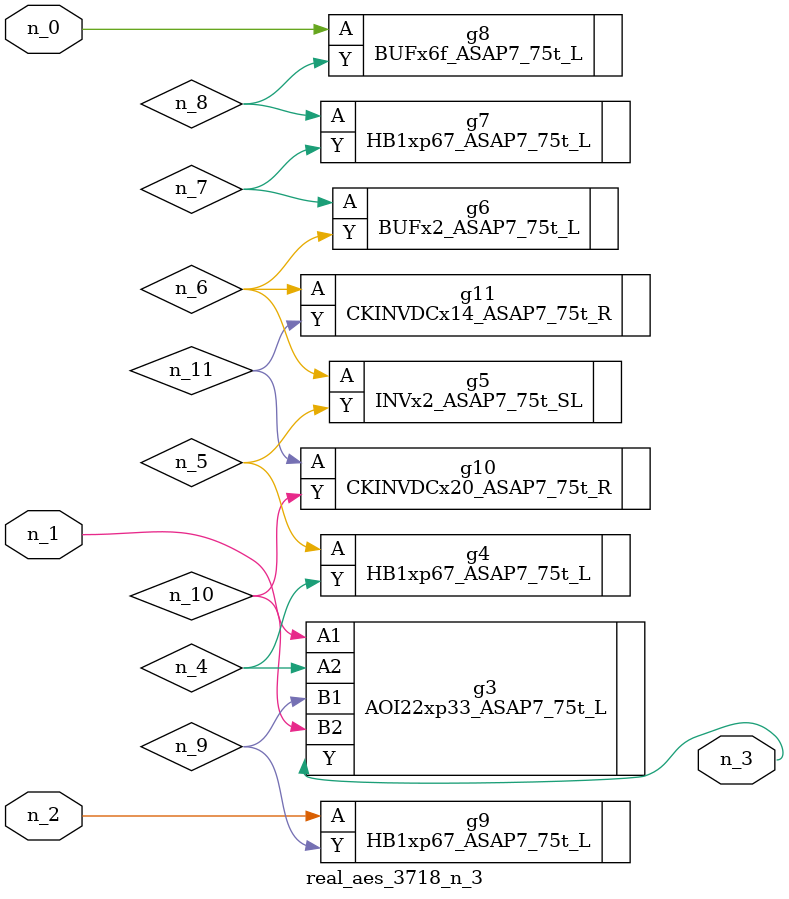
<source format=v>
module real_aes_3718_n_3 (n_0, n_2, n_1, n_3);
input n_0;
input n_2;
input n_1;
output n_3;
wire n_4;
wire n_5;
wire n_7;
wire n_9;
wire n_6;
wire n_8;
wire n_10;
wire n_11;
BUFx6f_ASAP7_75t_L g8 ( .A(n_0), .Y(n_8) );
AOI22xp33_ASAP7_75t_L g3 ( .A1(n_1), .A2(n_4), .B1(n_9), .B2(n_10), .Y(n_3) );
HB1xp67_ASAP7_75t_L g9 ( .A(n_2), .Y(n_9) );
HB1xp67_ASAP7_75t_L g4 ( .A(n_5), .Y(n_4) );
INVx2_ASAP7_75t_SL g5 ( .A(n_6), .Y(n_5) );
CKINVDCx14_ASAP7_75t_R g11 ( .A(n_6), .Y(n_11) );
BUFx2_ASAP7_75t_L g6 ( .A(n_7), .Y(n_6) );
HB1xp67_ASAP7_75t_L g7 ( .A(n_8), .Y(n_7) );
CKINVDCx20_ASAP7_75t_R g10 ( .A(n_11), .Y(n_10) );
endmodule
</source>
